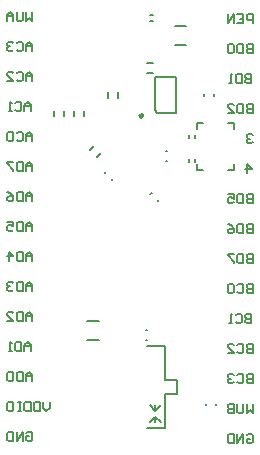
<source format=gbo>
G04*
G04 #@! TF.GenerationSoftware,Altium Limited,Altium Designer,23.2.1 (34)*
G04*
G04 Layer_Color=32896*
%FSLAX25Y25*%
%MOIN*%
G70*
G04*
G04 #@! TF.SameCoordinates,9329C3C2-16CE-4A0C-8BE9-04AE65E2FBF7*
G04*
G04*
G04 #@! TF.FilePolarity,Positive*
G04*
G01*
G75*
%ADD12C,0.00787*%
%ADD13C,0.00750*%
%ADD14C,0.00984*%
%ADD70C,0.00500*%
%ADD71C,0.00600*%
%ADD72C,0.00591*%
D12*
X8465Y-74016D02*
Y-72146D01*
Y-75984D02*
X10335Y-77854D01*
X8465Y-74016D02*
X10335Y-72146D01*
X6594D02*
X8465Y-74016D01*
Y-77854D02*
Y-75984D01*
X6594Y-77854D02*
X8465Y-75984D01*
X11654Y-63639D02*
X15590D01*
X11654D02*
Y-52221D01*
X15590Y-68363D02*
Y-63639D01*
X11654Y-68363D02*
X15590D01*
X11654Y-79780D02*
Y-68363D01*
X5748Y-52221D02*
X11654Y-52221D01*
X5748Y-79780D02*
X11654D01*
X8268Y26275D02*
X9134Y25408D01*
X8268Y26275D02*
Y37219D01*
X9134Y25408D02*
X15355Y25408D01*
X15355Y37219D02*
X15355Y25408D01*
X8268Y37219D02*
X15355Y37219D01*
D13*
X-14173Y-43996D02*
X-10236D01*
X-14173Y-50295D02*
X-10236D01*
X6808Y-1626D02*
X7226Y-1208D01*
X9174Y-3992D02*
X9592Y-3574D01*
X11912Y12773D02*
X12503Y12773D01*
X11912Y9427D02*
X12503D01*
X5709Y42000D02*
X7678Y42000D01*
X5709Y38653D02*
X7678Y38653D01*
X-10905Y10542D02*
X-9513Y11934D01*
X-13272Y12908D02*
X-11880Y14300D01*
X25268Y-72146D02*
Y-71555D01*
X28614Y-72146D02*
Y-71555D01*
X5229Y-46928D02*
X5820D01*
X5229Y-50274D02*
X5820D01*
X-6105Y2897D02*
X-5687Y3315D01*
X-8471Y5263D02*
X-8054Y5681D01*
X-7472Y32411D02*
X-7472Y30442D01*
X-4126Y32411D02*
X-4126Y30442D01*
X14839Y54438D02*
X18776D01*
X14839Y48138D02*
X18776D01*
X24538Y31131D02*
Y31722D01*
X27885Y31131D02*
Y31722D01*
X-18811Y26111D02*
X-18811Y24142D01*
X-15464Y26111D02*
X-15464Y24142D01*
X-25373Y26111D02*
X-25373Y24142D01*
X-22027Y26111D02*
X-22027Y24142D01*
D14*
X3847Y24812D02*
X3071Y24563D01*
X3589Y23934D01*
X3982Y24647D01*
D70*
X19580Y9056D02*
X19580Y10041D01*
X21548Y9056D02*
X21548Y10041D01*
X19580Y16956D02*
Y17941D01*
X21548Y16956D02*
Y17941D01*
X6596Y58071D02*
X7581Y58071D01*
X6596Y56102D02*
X7581Y56102D01*
D71*
X22263Y6373D02*
Y8341D01*
Y6373D02*
X24232D01*
X22263Y19954D02*
Y21923D01*
X24232Y21923D01*
X34664Y19954D02*
Y21923D01*
X32696D02*
X34664D01*
Y6373D02*
Y8341D01*
X32696Y6373D02*
X34664D01*
D72*
X40427Y-41637D02*
Y-44785D01*
X38853D01*
X38328Y-44260D01*
Y-43736D01*
X38853Y-43211D01*
X40427D01*
X38853D01*
X38328Y-42686D01*
Y-42162D01*
X38853Y-41637D01*
X40427D01*
X35180Y-42162D02*
X35704Y-41637D01*
X36754D01*
X37279Y-42162D01*
Y-44260D01*
X36754Y-44785D01*
X35704D01*
X35180Y-44260D01*
X34130Y-44785D02*
X33081D01*
X33605D01*
Y-41637D01*
X34130Y-42162D01*
X-32572Y35943D02*
Y38042D01*
X-33621Y39092D01*
X-34671Y38042D01*
Y35943D01*
Y37517D01*
X-32572D01*
X-37819Y38567D02*
X-37295Y39092D01*
X-36245D01*
X-35720Y38567D01*
Y36468D01*
X-36245Y35943D01*
X-37295D01*
X-37819Y36468D01*
X-40968Y35943D02*
X-38869D01*
X-40968Y38042D01*
Y38567D01*
X-40443Y39092D01*
X-39394D01*
X-38869Y38567D01*
X40952Y28363D02*
Y25215D01*
X39378D01*
X38853Y25739D01*
Y26264D01*
X39378Y26789D01*
X40952D01*
X39378D01*
X38853Y27314D01*
Y27839D01*
X39378Y28363D01*
X40952D01*
X37803D02*
Y25215D01*
X36229D01*
X35704Y25739D01*
Y27839D01*
X36229Y28363D01*
X37803D01*
X32556Y25215D02*
X34655D01*
X32556Y27314D01*
Y27839D01*
X33081Y28363D01*
X34130D01*
X34655Y27839D01*
X40952Y55215D02*
Y58363D01*
X39378D01*
X38853Y57838D01*
Y56789D01*
X39378Y56264D01*
X40952D01*
X35704Y58363D02*
X37803D01*
Y55215D01*
X35704D01*
X37803Y56789D02*
X36754D01*
X34655Y55215D02*
Y58363D01*
X32556Y55215D01*
Y58363D01*
X40952Y-21637D02*
Y-24785D01*
X39378D01*
X38853Y-24261D01*
Y-23736D01*
X39378Y-23211D01*
X40952D01*
X39378D01*
X38853Y-22686D01*
Y-22162D01*
X39378Y-21637D01*
X40952D01*
X37803D02*
Y-24785D01*
X36229D01*
X35704Y-24261D01*
Y-22162D01*
X36229Y-21637D01*
X37803D01*
X34655D02*
X32556D01*
Y-22162D01*
X34655Y-24261D01*
Y-24785D01*
X-32572Y-24057D02*
Y-21958D01*
X-33621Y-20908D01*
X-34671Y-21958D01*
Y-24057D01*
Y-22483D01*
X-32572D01*
X-35720Y-20908D02*
Y-24057D01*
X-37295D01*
X-37819Y-23532D01*
Y-21433D01*
X-37295Y-20908D01*
X-35720D01*
X-40443Y-24057D02*
Y-20908D01*
X-38869Y-22483D01*
X-40968D01*
X40952Y-71637D02*
Y-74785D01*
X39902Y-73736D01*
X38853Y-74785D01*
Y-71637D01*
X37803D02*
Y-74260D01*
X37279Y-74785D01*
X36229D01*
X35704Y-74260D01*
Y-71637D01*
X34655D02*
Y-74785D01*
X33081D01*
X32556Y-74260D01*
Y-73736D01*
X33081Y-73211D01*
X34655D01*
X33081D01*
X32556Y-72686D01*
Y-72162D01*
X33081Y-71637D01*
X34655D01*
X-32572Y-14057D02*
Y-11958D01*
X-33621Y-10908D01*
X-34671Y-11958D01*
Y-14057D01*
Y-12483D01*
X-32572D01*
X-35720Y-10908D02*
Y-14057D01*
X-37295D01*
X-37819Y-13532D01*
Y-11433D01*
X-37295Y-10908D01*
X-35720D01*
X-40968D02*
X-38869D01*
Y-12483D01*
X-39918Y-11958D01*
X-40443D01*
X-40968Y-12483D01*
Y-13532D01*
X-40443Y-14057D01*
X-39394D01*
X-38869Y-13532D01*
X-26799Y-70908D02*
Y-73007D01*
X-27849Y-74057D01*
X-28898Y-73007D01*
Y-70908D01*
X-29948D02*
Y-74057D01*
X-31522D01*
X-32047Y-73532D01*
Y-71433D01*
X-31522Y-70908D01*
X-29948D01*
X-33096D02*
Y-74057D01*
X-34671D01*
X-35195Y-73532D01*
Y-71433D01*
X-34671Y-70908D01*
X-33096D01*
X-36245D02*
X-37295D01*
X-36770D01*
Y-74057D01*
X-36245D01*
X-37295D01*
X-40443Y-70908D02*
X-39394D01*
X-38869Y-71433D01*
Y-73532D01*
X-39394Y-74057D01*
X-40443D01*
X-40968Y-73532D01*
Y-71433D01*
X-40443Y-70908D01*
X40952Y-11637D02*
Y-14785D01*
X39378D01*
X38853Y-14261D01*
Y-13736D01*
X39378Y-13211D01*
X40952D01*
X39378D01*
X38853Y-12686D01*
Y-12162D01*
X39378Y-11637D01*
X40952D01*
X37803D02*
Y-14785D01*
X36229D01*
X35704Y-14261D01*
Y-12162D01*
X36229Y-11637D01*
X37803D01*
X32556D02*
X33605Y-12162D01*
X34655Y-13211D01*
Y-14261D01*
X34130Y-14785D01*
X33081D01*
X32556Y-14261D01*
Y-13736D01*
X33081Y-13211D01*
X34655D01*
X-32572Y-34057D02*
Y-31958D01*
X-33621Y-30908D01*
X-34671Y-31958D01*
Y-34057D01*
Y-32483D01*
X-32572D01*
X-35720Y-30908D02*
Y-34057D01*
X-37295D01*
X-37819Y-33532D01*
Y-31433D01*
X-37295Y-30908D01*
X-35720D01*
X-38869Y-31433D02*
X-39394Y-30908D01*
X-40443D01*
X-40968Y-31433D01*
Y-31958D01*
X-40443Y-32483D01*
X-39918D01*
X-40443D01*
X-40968Y-33007D01*
Y-33532D01*
X-40443Y-34057D01*
X-39394D01*
X-38869Y-33532D01*
X-33096Y-54057D02*
Y-51958D01*
X-34146Y-50908D01*
X-35195Y-51958D01*
Y-54057D01*
Y-52483D01*
X-33096D01*
X-36245Y-50908D02*
Y-54057D01*
X-37819D01*
X-38344Y-53532D01*
Y-51433D01*
X-37819Y-50908D01*
X-36245D01*
X-39394Y-54057D02*
X-40443D01*
X-39918D01*
Y-50908D01*
X-39394Y-51433D01*
X-32572Y5943D02*
Y8042D01*
X-33621Y9092D01*
X-34671Y8042D01*
Y5943D01*
Y7517D01*
X-32572D01*
X-35720Y9092D02*
Y5943D01*
X-37295D01*
X-37819Y6468D01*
Y8567D01*
X-37295Y9092D01*
X-35720D01*
X-38869D02*
X-40968D01*
Y8567D01*
X-38869Y6468D01*
Y5943D01*
X-32572Y59092D02*
Y55943D01*
X-33621Y56993D01*
X-34671Y55943D01*
Y59092D01*
X-35720D02*
Y56468D01*
X-36245Y55943D01*
X-37295D01*
X-37819Y56468D01*
Y59092D01*
X-38869Y55943D02*
Y58042D01*
X-39918Y59092D01*
X-40968Y58042D01*
Y55943D01*
Y57517D01*
X-38869D01*
X-32572Y15943D02*
Y18042D01*
X-33621Y19092D01*
X-34671Y18042D01*
Y15943D01*
Y17517D01*
X-32572D01*
X-37819Y18567D02*
X-37295Y19092D01*
X-36245D01*
X-35720Y18567D01*
Y16468D01*
X-36245Y15943D01*
X-37295D01*
X-37819Y16468D01*
X-38869Y18567D02*
X-39394Y19092D01*
X-40443D01*
X-40968Y18567D01*
Y16468D01*
X-40443Y15943D01*
X-39394D01*
X-38869Y16468D01*
Y18567D01*
X40952Y17839D02*
X40427Y18363D01*
X39378D01*
X38853Y17839D01*
Y17314D01*
X39378Y16789D01*
X39902D01*
X39378D01*
X38853Y16264D01*
Y15739D01*
X39378Y15215D01*
X40427D01*
X40952Y15739D01*
Y-51637D02*
Y-54785D01*
X39378D01*
X38853Y-54260D01*
Y-53736D01*
X39378Y-53211D01*
X40952D01*
X39378D01*
X38853Y-52686D01*
Y-52162D01*
X39378Y-51637D01*
X40952D01*
X35704Y-52162D02*
X36229Y-51637D01*
X37279D01*
X37803Y-52162D01*
Y-54260D01*
X37279Y-54785D01*
X36229D01*
X35704Y-54260D01*
X32556Y-54785D02*
X34655D01*
X32556Y-52686D01*
Y-52162D01*
X33081Y-51637D01*
X34130D01*
X34655Y-52162D01*
X40952Y-61637D02*
Y-64785D01*
X39378D01*
X38853Y-64261D01*
Y-63736D01*
X39378Y-63211D01*
X40952D01*
X39378D01*
X38853Y-62686D01*
Y-62161D01*
X39378Y-61637D01*
X40952D01*
X35704Y-62161D02*
X36229Y-61637D01*
X37279D01*
X37803Y-62161D01*
Y-64261D01*
X37279Y-64785D01*
X36229D01*
X35704Y-64261D01*
X34655Y-62161D02*
X34130Y-61637D01*
X33081D01*
X32556Y-62161D01*
Y-62686D01*
X33081Y-63211D01*
X33605D01*
X33081D01*
X32556Y-63736D01*
Y-64261D01*
X33081Y-64785D01*
X34130D01*
X34655Y-64261D01*
X38853Y-82161D02*
X39378Y-81637D01*
X40427D01*
X40952Y-82161D01*
Y-84260D01*
X40427Y-84785D01*
X39378D01*
X38853Y-84260D01*
Y-83211D01*
X39902D01*
X37803Y-84785D02*
Y-81637D01*
X35704Y-84785D01*
Y-81637D01*
X34655D02*
Y-84785D01*
X33081D01*
X32556Y-84260D01*
Y-82161D01*
X33081Y-81637D01*
X34655D01*
X40952Y-31637D02*
Y-34785D01*
X39378D01*
X38853Y-34261D01*
Y-33736D01*
X39378Y-33211D01*
X40952D01*
X39378D01*
X38853Y-32686D01*
Y-32162D01*
X39378Y-31637D01*
X40952D01*
X35704Y-32162D02*
X36229Y-31637D01*
X37279D01*
X37803Y-32162D01*
Y-34261D01*
X37279Y-34785D01*
X36229D01*
X35704Y-34261D01*
X34655Y-32162D02*
X34130Y-31637D01*
X33081D01*
X32556Y-32162D01*
Y-34261D01*
X33081Y-34785D01*
X34130D01*
X34655Y-34261D01*
Y-32162D01*
X-34671Y-81433D02*
X-34146Y-80908D01*
X-33096D01*
X-32572Y-81433D01*
Y-83532D01*
X-33096Y-84057D01*
X-34146D01*
X-34671Y-83532D01*
Y-82483D01*
X-33621D01*
X-35720Y-84057D02*
Y-80908D01*
X-37819Y-84057D01*
Y-80908D01*
X-38869D02*
Y-84057D01*
X-40443D01*
X-40968Y-83532D01*
Y-81433D01*
X-40443Y-80908D01*
X-38869D01*
X-32572Y-44057D02*
Y-41958D01*
X-33621Y-40908D01*
X-34671Y-41958D01*
Y-44057D01*
Y-42483D01*
X-32572D01*
X-35720Y-40908D02*
Y-44057D01*
X-37295D01*
X-37819Y-43532D01*
Y-41433D01*
X-37295Y-40908D01*
X-35720D01*
X-40968Y-44057D02*
X-38869D01*
X-40968Y-41958D01*
Y-41433D01*
X-40443Y-40908D01*
X-39394D01*
X-38869Y-41433D01*
X40952Y-1637D02*
Y-4785D01*
X39378D01*
X38853Y-4261D01*
Y-3736D01*
X39378Y-3211D01*
X40952D01*
X39378D01*
X38853Y-2686D01*
Y-2162D01*
X39378Y-1637D01*
X40952D01*
X37803D02*
Y-4785D01*
X36229D01*
X35704Y-4261D01*
Y-2162D01*
X36229Y-1637D01*
X37803D01*
X32556D02*
X34655D01*
Y-3211D01*
X33605Y-2686D01*
X33081D01*
X32556Y-3211D01*
Y-4261D01*
X33081Y-4785D01*
X34130D01*
X34655Y-4261D01*
X-32572Y45943D02*
Y48042D01*
X-33621Y49092D01*
X-34671Y48042D01*
Y45943D01*
Y47517D01*
X-32572D01*
X-37819Y48567D02*
X-37295Y49092D01*
X-36245D01*
X-35720Y48567D01*
Y46468D01*
X-36245Y45943D01*
X-37295D01*
X-37819Y46468D01*
X-38869Y48567D02*
X-39394Y49092D01*
X-40443D01*
X-40968Y48567D01*
Y48042D01*
X-40443Y47517D01*
X-39918D01*
X-40443D01*
X-40968Y46993D01*
Y46468D01*
X-40443Y45943D01*
X-39394D01*
X-38869Y46468D01*
X40427Y38363D02*
Y35215D01*
X38853D01*
X38328Y35739D01*
Y36264D01*
X38853Y36789D01*
X40427D01*
X38853D01*
X38328Y37314D01*
Y37839D01*
X38853Y38363D01*
X40427D01*
X37279D02*
Y35215D01*
X35704D01*
X35180Y35739D01*
Y37839D01*
X35704Y38363D01*
X37279D01*
X34130Y35215D02*
X33081D01*
X33605D01*
Y38363D01*
X34130Y37839D01*
X-32572Y-64057D02*
Y-61958D01*
X-33621Y-60908D01*
X-34671Y-61958D01*
Y-64057D01*
Y-62483D01*
X-32572D01*
X-35720Y-60908D02*
Y-64057D01*
X-37295D01*
X-37819Y-63532D01*
Y-61433D01*
X-37295Y-60908D01*
X-35720D01*
X-38869Y-61433D02*
X-39394Y-60908D01*
X-40443D01*
X-40968Y-61433D01*
Y-63532D01*
X-40443Y-64057D01*
X-39394D01*
X-38869Y-63532D01*
Y-61433D01*
X-32572Y-4057D02*
Y-1958D01*
X-33621Y-908D01*
X-34671Y-1958D01*
Y-4057D01*
Y-2483D01*
X-32572D01*
X-35720Y-908D02*
Y-4057D01*
X-37295D01*
X-37819Y-3532D01*
Y-1433D01*
X-37295Y-908D01*
X-35720D01*
X-40968D02*
X-39918Y-1433D01*
X-38869Y-2483D01*
Y-3532D01*
X-39394Y-4057D01*
X-40443D01*
X-40968Y-3532D01*
Y-3008D01*
X-40443Y-2483D01*
X-38869D01*
X38947Y5215D02*
Y8363D01*
X40522Y6789D01*
X38423D01*
X-33096Y25943D02*
Y28042D01*
X-34146Y29092D01*
X-35195Y28042D01*
Y25943D01*
Y27517D01*
X-33096D01*
X-38344Y28567D02*
X-37819Y29092D01*
X-36770D01*
X-36245Y28567D01*
Y26468D01*
X-36770Y25943D01*
X-37819D01*
X-38344Y26468D01*
X-39394Y25943D02*
X-40443D01*
X-39918D01*
Y29092D01*
X-39394Y28567D01*
X40952Y48363D02*
Y45215D01*
X39378D01*
X38853Y45739D01*
Y46264D01*
X39378Y46789D01*
X40952D01*
X39378D01*
X38853Y47314D01*
Y47839D01*
X39378Y48363D01*
X40952D01*
X37803D02*
Y45215D01*
X36229D01*
X35704Y45739D01*
Y47839D01*
X36229Y48363D01*
X37803D01*
X34655Y47839D02*
X34130Y48363D01*
X33081D01*
X32556Y47839D01*
Y45739D01*
X33081Y45215D01*
X34130D01*
X34655Y45739D01*
Y47839D01*
M02*

</source>
